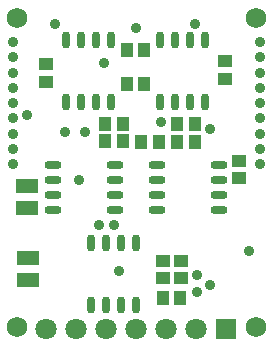
<source format=gbr>
%TF.GenerationSoftware,Altium Limited,Altium Designer,22.10.1 (41)*%
G04 Layer_Color=16711935*
%FSLAX45Y45*%
%MOMM*%
%TF.SameCoordinates,31040185-1CDC-4878-9C2F-C35C27A90F04*%
%TF.FilePolarity,Negative*%
%TF.FileFunction,Soldermask,Bot*%
%TF.Part,Single*%
G01*
G75*
%TA.AperFunction,SMDPad,CuDef*%
%ADD35R,1.00320X1.20320*%
%ADD36O,0.75320X1.45320*%
%ADD37R,1.90320X1.20320*%
%ADD38O,1.45320X0.75320*%
%ADD39R,1.20320X1.00320*%
%TA.AperFunction,ViaPad*%
%ADD40C,1.72720*%
%TA.AperFunction,ComponentPad*%
%ADD41C,1.80320*%
%ADD42R,1.80320X1.80320*%
%TA.AperFunction,ViaPad*%
%ADD43C,0.90320*%
D35*
X1575000Y440000D02*
D03*
X1425000D02*
D03*
X1700000Y1915000D02*
D03*
X1550000D02*
D03*
X1090000Y1910000D02*
D03*
X940000D02*
D03*
X940000Y1765000D02*
D03*
X1090000D02*
D03*
X1120000Y2250000D02*
D03*
X1270000D02*
D03*
X1120000Y2540000D02*
D03*
X1270000D02*
D03*
X1550000Y1760000D02*
D03*
X1700000D02*
D03*
X1245000D02*
D03*
X1395000D02*
D03*
D36*
X819500Y907500D02*
D03*
X946500D02*
D03*
X1073500D02*
D03*
X1200500D02*
D03*
X819500Y382500D02*
D03*
X946500D02*
D03*
X1073500D02*
D03*
X1200500D02*
D03*
X604500Y2622500D02*
D03*
X731500D02*
D03*
X858500D02*
D03*
X985500D02*
D03*
X604500Y2097500D02*
D03*
X731500D02*
D03*
X858500D02*
D03*
X985500D02*
D03*
X1404500Y2622500D02*
D03*
X1531500D02*
D03*
X1658500D02*
D03*
X1785500D02*
D03*
X1404500Y2097500D02*
D03*
X1531500D02*
D03*
X1658500D02*
D03*
X1785500D02*
D03*
D37*
X285000Y780000D02*
D03*
Y590000D02*
D03*
X280000Y1390000D02*
D03*
Y1200000D02*
D03*
D38*
X1022500Y1560500D02*
D03*
Y1433500D02*
D03*
Y1306500D02*
D03*
Y1179500D02*
D03*
X497500Y1560500D02*
D03*
Y1433500D02*
D03*
Y1306500D02*
D03*
Y1179500D02*
D03*
X1902500Y1560500D02*
D03*
Y1433500D02*
D03*
Y1306500D02*
D03*
Y1179500D02*
D03*
X1377500Y1560500D02*
D03*
Y1433500D02*
D03*
Y1306500D02*
D03*
Y1179500D02*
D03*
D39*
X1955000Y2295000D02*
D03*
Y2445000D02*
D03*
X440000Y2270000D02*
D03*
Y2420000D02*
D03*
X1430000Y605000D02*
D03*
Y755000D02*
D03*
X1580000Y605000D02*
D03*
Y755000D02*
D03*
X2070000Y1450000D02*
D03*
Y1600000D02*
D03*
D40*
X2215000Y190000D02*
D03*
Y2805000D02*
D03*
X190000D02*
D03*
Y190000D02*
D03*
D41*
X946000Y175000D02*
D03*
X1454000D02*
D03*
X1708000D02*
D03*
X1200000D02*
D03*
X692000D02*
D03*
X438000D02*
D03*
D42*
X1962000D02*
D03*
D43*
X885000Y1055000D02*
D03*
X1010591Y1054118D02*
D03*
X1715000Y635000D02*
D03*
X1830000Y545000D02*
D03*
X1715000Y485000D02*
D03*
X2155000Y835000D02*
D03*
X715000Y1440000D02*
D03*
X1060000Y670000D02*
D03*
X930000Y2425000D02*
D03*
X515000Y2755000D02*
D03*
X595000Y1840000D02*
D03*
X770000Y1845000D02*
D03*
X275000Y1985000D02*
D03*
X2250000Y2604999D02*
D03*
Y2475624D02*
D03*
Y2346249D02*
D03*
Y2216874D02*
D03*
Y2087500D02*
D03*
X2250984Y1958125D02*
D03*
Y1828750D02*
D03*
Y1699375D02*
D03*
Y1570000D02*
D03*
X160000Y2604999D02*
D03*
Y2475624D02*
D03*
Y2346249D02*
D03*
Y2216874D02*
D03*
Y2087500D02*
D03*
X160984Y1958125D02*
D03*
Y1828750D02*
D03*
Y1699375D02*
D03*
X160000Y1570000D02*
D03*
X1700000Y2755000D02*
D03*
X1200000Y2720000D02*
D03*
X1415000Y1925000D02*
D03*
X1825000Y1865000D02*
D03*
%TF.MD5,0ab2fac5b36a688e7ca9a8781465ff08*%
M02*

</source>
